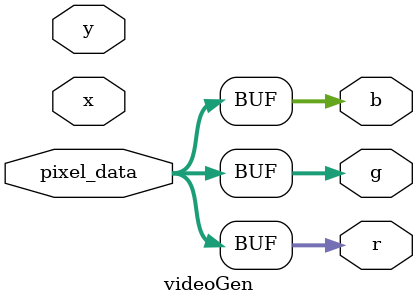
<source format=sv>
module videoGen(
    input logic [9:0] x, y,
    output logic [7:0] r, g, b,
    input logic [7:0] pixel_data // Conexión a la RAM para recibir los datos del píxel procesado
);

    always @* begin
        {r, g, b} = {pixel_data, pixel_data, pixel_data}; // Imagen en escala de grises (usar pixel_data en RGB)
    end

endmodule

</source>
